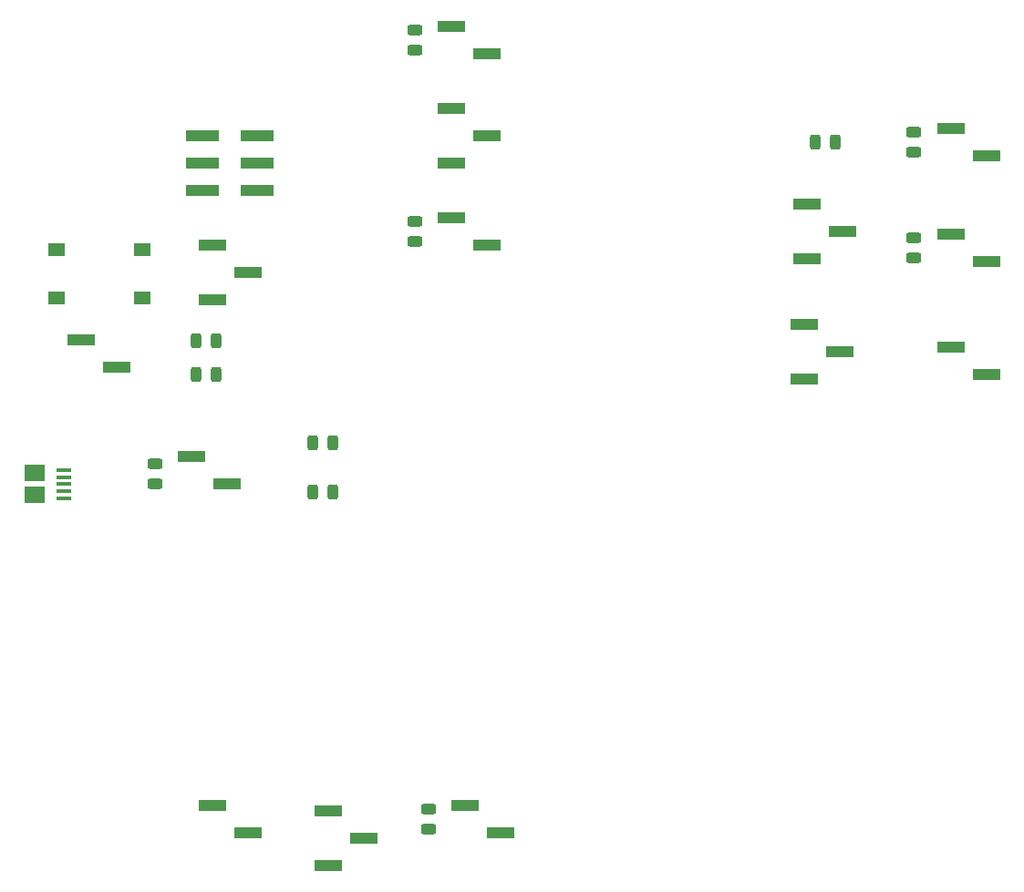
<source format=gbr>
%TF.GenerationSoftware,KiCad,Pcbnew,5.99.0-unknown-e950278637~142~ubuntu18.04.1*%
%TF.CreationDate,2021-10-25T23:56:18+03:00*%
%TF.ProjectId,cdf-1,6364662d-312e-46b6-9963-61645f706362,rev?*%
%TF.SameCoordinates,Original*%
%TF.FileFunction,Paste,Top*%
%TF.FilePolarity,Positive*%
%FSLAX46Y46*%
G04 Gerber Fmt 4.6, Leading zero omitted, Abs format (unit mm)*
G04 Created by KiCad (PCBNEW 5.99.0-unknown-e950278637~142~ubuntu18.04.1) date 2021-10-25 23:56:18*
%MOMM*%
%LPD*%
G01*
G04 APERTURE LIST*
G04 Aperture macros list*
%AMRoundRect*
0 Rectangle with rounded corners*
0 $1 Rounding radius*
0 $2 $3 $4 $5 $6 $7 $8 $9 X,Y pos of 4 corners*
0 Add a 4 corners polygon primitive as box body*
4,1,4,$2,$3,$4,$5,$6,$7,$8,$9,$2,$3,0*
0 Add four circle primitives for the rounded corners*
1,1,$1+$1,$2,$3*
1,1,$1+$1,$4,$5*
1,1,$1+$1,$6,$7*
1,1,$1+$1,$8,$9*
0 Add four rect primitives between the rounded corners*
20,1,$1+$1,$2,$3,$4,$5,0*
20,1,$1+$1,$4,$5,$6,$7,0*
20,1,$1+$1,$6,$7,$8,$9,0*
20,1,$1+$1,$8,$9,$2,$3,0*%
G04 Aperture macros list end*
%ADD10RoundRect,0.243750X0.456250X-0.243750X0.456250X0.243750X-0.456250X0.243750X-0.456250X-0.243750X0*%
%ADD11RoundRect,0.243750X-0.243750X-0.456250X0.243750X-0.456250X0.243750X0.456250X-0.243750X0.456250X0*%
%ADD12R,2.510000X1.000000*%
%ADD13RoundRect,0.243750X-0.456250X0.243750X-0.456250X-0.243750X0.456250X-0.243750X0.456250X0.243750X0*%
%ADD14R,1.350000X0.400000*%
%ADD15R,1.900000X1.500000*%
%ADD16R,3.150000X1.000000*%
%ADD17R,1.550000X1.300000*%
G04 APERTURE END LIST*
D10*
%TO.C,D9*%
X164719000Y-94585000D03*
X164719000Y-92710000D03*
%TD*%
D11*
%TO.C,D10*%
X179402500Y-95377000D03*
X181277500Y-95377000D03*
%TD*%
%TO.C,D11*%
X179402500Y-90805000D03*
X181277500Y-90805000D03*
%TD*%
D12*
%TO.C,JP1*%
X180844000Y-124968000D03*
X184154000Y-127508000D03*
X180844000Y-130048000D03*
%TD*%
%TO.C,JP4*%
X168144000Y-92075000D03*
X171454000Y-94615000D03*
%TD*%
%TO.C,J5*%
X170049000Y-124460000D03*
X173359000Y-127000000D03*
%TD*%
%TO.C,JP5*%
X192274000Y-69850000D03*
X195584000Y-72390000D03*
%TD*%
%TO.C,JP8*%
X192274000Y-59690000D03*
X195584000Y-62230000D03*
X192274000Y-64770000D03*
%TD*%
D10*
%TO.C,D5*%
X188849000Y-54277500D03*
X188849000Y-52402500D03*
%TD*%
D12*
%TO.C,JP6*%
X192274000Y-52070000D03*
X195584000Y-54610000D03*
%TD*%
D13*
%TO.C,D8*%
X188849000Y-70182500D03*
X188849000Y-72057500D03*
%TD*%
D11*
%TO.C,D18*%
X168559000Y-81280000D03*
X170434000Y-81280000D03*
%TD*%
D14*
%TO.C,J1*%
X156275500Y-93315000D03*
X156275500Y-93965000D03*
X156275500Y-94615000D03*
X156275500Y-95265000D03*
X156275500Y-95915000D03*
D15*
X153575500Y-95615000D03*
X153575500Y-93615000D03*
%TD*%
D12*
%TO.C,JP3*%
X157880000Y-81203000D03*
X161190000Y-83743000D03*
%TD*%
%TO.C,J20*%
X238629000Y-81915000D03*
X241939000Y-84455000D03*
%TD*%
%TO.C,JP12*%
X238629000Y-61595000D03*
X241939000Y-64135000D03*
%TD*%
%TO.C,JP14*%
X238629000Y-71374000D03*
X241939000Y-73914000D03*
%TD*%
D10*
%TO.C,D13*%
X235204000Y-63802500D03*
X235204000Y-61927500D03*
%TD*%
%TO.C,D17*%
X235204000Y-73581500D03*
X235204000Y-71706500D03*
%TD*%
D12*
%TO.C,J15*%
X225040000Y-79756000D03*
X228350000Y-82296000D03*
X225040000Y-84836000D03*
%TD*%
%TO.C,JP11*%
X225294000Y-68580000D03*
X228604000Y-71120000D03*
X225294000Y-73660000D03*
%TD*%
D11*
%TO.C,D12*%
X226011500Y-62865000D03*
X227886500Y-62865000D03*
%TD*%
D16*
%TO.C,JP16*%
X174229000Y-67310000D03*
X169179000Y-67310000D03*
X174229000Y-64770000D03*
X169179000Y-64770000D03*
X174229000Y-62230000D03*
X169179000Y-62230000D03*
%TD*%
D11*
%TO.C,D1*%
X168559000Y-84455000D03*
X170434000Y-84455000D03*
%TD*%
D17*
%TO.C,SW1*%
X155585000Y-72818000D03*
X163535000Y-72818000D03*
X155585000Y-77318000D03*
X163535000Y-77318000D03*
%TD*%
D12*
%TO.C,J4*%
X170049000Y-72390000D03*
X173359000Y-74930000D03*
X170049000Y-77470000D03*
%TD*%
%TO.C,J13*%
X193544000Y-124460000D03*
X196854000Y-127000000D03*
%TD*%
D10*
%TO.C,D3*%
X190119000Y-126667500D03*
X190119000Y-124792500D03*
%TD*%
M02*

</source>
